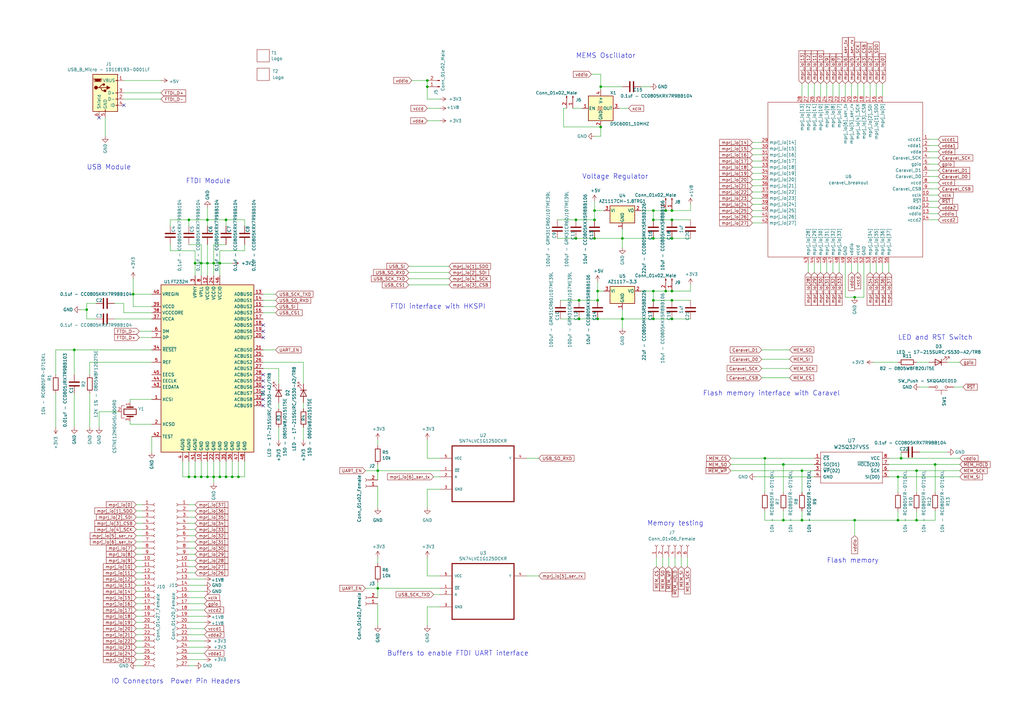
<source format=kicad_sch>
(kicad_sch (version 20211123) (generator eeschema)
  (paper "A3")
  (junction (at 375.92 213.36))
  (junction (at 246.38 35.56))
  (junction (at 245.11 123.19))
  (junction (at 267.97 130.81))
  (junction (at 97.79 195.58))
  (junction (at 246.38 52.07))
  (junction (at 328.93 193.04))
  (junction (at 237.49 123.19))
  (junction (at 85.09 90.17))
  (junction (at 175.26 33.02))
  (junction (at 245.11 119.38))
  (junction (at 85.09 195.58))
  (junction (at 243.84 86.36))
  (junction (at 236.22 97.79))
  (junction (at 30.48 143.51))
  (junction (at 368.3 213.36))
  (junction (at 328.93 213.36))
  (junction (at 375.92 193.04))
  (junction (at 85.09 107.95))
  (junction (at 267.97 97.79))
  (junction (at 267.97 90.17))
  (junction (at 154.94 241.3))
  (junction (at 313.69 187.96))
  (junction (at 92.71 195.58))
  (junction (at 77.47 195.58))
  (junction (at 243.84 97.79))
  (junction (at 245.11 130.81))
  (junction (at 77.47 90.17))
  (junction (at 275.59 130.81))
  (junction (at 87.63 195.58))
  (junction (at 383.54 190.5))
  (junction (at 87.63 107.95))
  (junction (at 175.26 35.56))
  (junction (at 54.61 120.65))
  (junction (at 275.59 123.19))
  (junction (at 275.59 119.38))
  (junction (at 350.52 213.36))
  (junction (at 267.97 119.38))
  (junction (at 255.27 97.79))
  (junction (at 35.56 127))
  (junction (at 267.97 123.19))
  (junction (at 237.49 130.81))
  (junction (at 350.52 121.92))
  (junction (at 90.17 195.58))
  (junction (at 243.84 90.17))
  (junction (at 236.22 90.17))
  (junction (at 321.31 190.5))
  (junction (at 82.55 195.58))
  (junction (at 368.3 195.58))
  (junction (at 275.59 90.17))
  (junction (at 275.59 97.79))
  (junction (at 90.17 107.95))
  (junction (at 267.97 86.36))
  (junction (at 273.05 119.38))
  (junction (at 275.59 86.36))
  (junction (at 80.01 107.95))
  (junction (at 154.94 193.04))
  (junction (at 369.57 187.96))
  (junction (at 273.05 86.36))
  (junction (at 95.25 195.58))
  (junction (at 80.01 195.58))
  (junction (at 321.31 213.36))
  (junction (at 92.71 90.17))
  (junction (at 82.55 107.95))
  (junction (at 255.27 130.81))
  (no_connect (at 107.95 138.43))
  (no_connect (at 107.95 133.35))
  (no_connect (at 107.95 135.89))
  (no_connect (at 40.64 48.26))
  (no_connect (at 50.8 43.18))
  (no_connect (at 107.95 163.83))
  (no_connect (at 107.95 158.75))
  (no_connect (at 107.95 156.21))
  (no_connect (at 107.95 161.29))
  (no_connect (at 107.95 166.37))
  (no_connect (at 107.95 153.67))
  (wire (pts (xy 22.86 161.29) (xy 22.86 175.26)))
  (wire (pts (xy 35.56 127) (xy 35.56 124.46)))
  (wire (pts (xy 359.41 111.76) (xy 359.41 107.95)))
  (wire (pts (xy 55.88 209.55) (xy 58.42 209.55)))
  (wire (pts (xy 312.42 151.13) (xy 323.85 151.13)))
  (wire (pts (xy 53.34 172.72) (xy 53.34 173.99)))
  (wire (pts (xy 54.61 120.65) (xy 62.23 120.65)))
  (wire (pts (xy 180.34 187.96) (xy 175.26 187.96)))
  (wire (pts (xy 364.49 190.5) (xy 383.54 190.5)))
  (wire (pts (xy 55.88 262.89) (xy 58.42 262.89)))
  (wire (pts (xy 30.48 143.51) (xy 62.23 143.51)))
  (wire (pts (xy 74.93 195.58) (xy 77.47 195.58)))
  (wire (pts (xy 346.71 39.37) (xy 346.71 34.29)))
  (wire (pts (xy 381 80.01) (xy 384.81 80.01)))
  (wire (pts (xy 77.47 234.95) (xy 80.01 234.95)))
  (wire (pts (xy 80.01 195.58) (xy 82.55 195.58)))
  (wire (pts (xy 90.17 113.03) (xy 90.17 107.95)))
  (wire (pts (xy 100.33 90.17) (xy 100.33 92.71)))
  (wire (pts (xy 154.94 182.88) (xy 154.94 180.34)))
  (wire (pts (xy 229.87 130.81) (xy 237.49 130.81)))
  (wire (pts (xy 361.95 39.37) (xy 361.95 34.29)))
  (wire (pts (xy 90.17 107.95) (xy 90.17 102.87)))
  (wire (pts (xy 361.95 111.76) (xy 361.95 107.95)))
  (wire (pts (xy 100.33 195.58) (xy 97.79 195.58)))
  (wire (pts (xy 321.31 209.55) (xy 321.31 213.36)))
  (wire (pts (xy 381 57.15) (xy 384.81 57.15)))
  (wire (pts (xy 154.94 208.28) (xy 154.94 199.39)))
  (wire (pts (xy 77.47 229.87) (xy 80.01 229.87)))
  (wire (pts (xy 124.46 180.34) (xy 124.46 175.26)))
  (wire (pts (xy 83.82 240.03) (xy 77.47 240.03)))
  (wire (pts (xy 381 82.55) (xy 384.81 82.55)))
  (wire (pts (xy 255.27 101.6) (xy 255.27 97.79)))
  (wire (pts (xy 275.59 123.19) (xy 283.21 123.19)))
  (wire (pts (xy 308.61 83.82) (xy 312.42 83.82)))
  (wire (pts (xy 46.99 124.46) (xy 50.8 124.46)))
  (wire (pts (xy 50.8 33.02) (xy 66.04 33.02)))
  (wire (pts (xy 246.38 36.83) (xy 246.38 35.56)))
  (wire (pts (xy 58.42 267.97) (xy 55.88 267.97)))
  (wire (pts (xy 77.47 219.71) (xy 80.01 219.71)))
  (wire (pts (xy 124.46 148.59) (xy 107.95 148.59)))
  (wire (pts (xy 359.41 39.37) (xy 359.41 34.29)))
  (wire (pts (xy 388.62 148.59) (xy 393.7 148.59)))
  (wire (pts (xy 262.89 119.38) (xy 267.97 119.38)))
  (wire (pts (xy 80.01 102.87) (xy 69.85 102.87)))
  (wire (pts (xy 92.71 90.17) (xy 92.71 92.71)))
  (wire (pts (xy 55.88 234.95) (xy 58.42 234.95)))
  (wire (pts (xy 381 62.23) (xy 384.81 62.23)))
  (wire (pts (xy 273.05 86.36) (xy 275.59 86.36)))
  (wire (pts (xy 92.71 189.23) (xy 92.71 195.58)))
  (wire (pts (xy 271.78 228.6) (xy 271.78 232.41)))
  (wire (pts (xy 334.01 111.76) (xy 334.01 107.95)))
  (wire (pts (xy 83.82 247.65) (xy 77.47 247.65)))
  (wire (pts (xy 85.09 195.58) (xy 87.63 195.58)))
  (wire (pts (xy 339.09 111.76) (xy 339.09 107.95)))
  (wire (pts (xy 55.88 245.11) (xy 58.42 245.11)))
  (wire (pts (xy 95.25 195.58) (xy 92.71 195.58)))
  (wire (pts (xy 87.63 100.33) (xy 92.71 100.33)))
  (wire (pts (xy 77.47 224.79) (xy 80.01 224.79)))
  (wire (pts (xy 175.26 256.54) (xy 175.26 248.92)))
  (wire (pts (xy 368.3 195.58) (xy 364.49 195.58)))
  (wire (pts (xy 82.55 100.33) (xy 77.47 100.33)))
  (wire (pts (xy 175.26 44.45) (xy 180.34 44.45)))
  (wire (pts (xy 40.64 168.91) (xy 48.26 168.91)))
  (wire (pts (xy 313.69 187.96) (xy 334.01 187.96)))
  (wire (pts (xy 368.3 201.93) (xy 368.3 195.58)))
  (wire (pts (xy 246.38 35.56) (xy 246.38 30.48)))
  (wire (pts (xy 383.54 213.36) (xy 383.54 209.55)))
  (wire (pts (xy 234.95 44.45) (xy 238.76 44.45)))
  (wire (pts (xy 30.48 161.29) (xy 30.48 175.26)))
  (wire (pts (xy 55.88 212.09) (xy 58.42 212.09)))
  (wire (pts (xy 167.64 111.76) (xy 184.15 111.76)))
  (wire (pts (xy 90.17 102.87) (xy 100.33 102.87)))
  (wire (pts (xy 50.8 128.27) (xy 62.23 128.27)))
  (wire (pts (xy 77.47 257.81) (xy 83.82 257.81)))
  (wire (pts (xy 175.26 180.34) (xy 175.26 187.96)))
  (wire (pts (xy 175.26 200.66) (xy 180.34 200.66)))
  (wire (pts (xy 274.32 228.6) (xy 274.32 232.41)))
  (wire (pts (xy 55.88 232.41) (xy 58.42 232.41)))
  (wire (pts (xy 308.61 66.04) (xy 312.42 66.04)))
  (wire (pts (xy 308.61 78.74) (xy 312.42 78.74)))
  (wire (pts (xy 77.47 260.35) (xy 83.82 260.35)))
  (wire (pts (xy 85.09 107.95) (xy 85.09 100.33)))
  (wire (pts (xy 83.82 270.51) (xy 77.47 270.51)))
  (wire (pts (xy 383.54 190.5) (xy 393.7 190.5)))
  (wire (pts (xy 267.97 123.19) (xy 275.59 123.19)))
  (wire (pts (xy 369.57 185.42) (xy 369.57 187.96)))
  (wire (pts (xy 243.84 86.36) (xy 243.84 82.55)))
  (wire (pts (xy 381 69.85) (xy 384.81 69.85)))
  (wire (pts (xy 341.63 39.37) (xy 341.63 34.29)))
  (wire (pts (xy 283.21 119.38) (xy 283.21 116.84)))
  (wire (pts (xy 180.34 236.22) (xy 175.26 236.22)))
  (wire (pts (xy 83.82 237.49) (xy 77.47 237.49)))
  (wire (pts (xy 275.59 90.17) (xy 267.97 90.17)))
  (wire (pts (xy 356.87 111.76) (xy 356.87 107.95)))
  (wire (pts (xy 312.42 154.94) (xy 323.85 154.94)))
  (wire (pts (xy 100.33 102.87) (xy 100.33 100.33)))
  (wire (pts (xy 255.27 97.79) (xy 255.27 93.98)))
  (wire (pts (xy 55.88 252.73) (xy 58.42 252.73)))
  (wire (pts (xy 368.3 213.36) (xy 375.92 213.36)))
  (wire (pts (xy 246.38 30.48) (xy 242.57 30.48)))
  (wire (pts (xy 55.88 240.03) (xy 58.42 240.03)))
  (wire (pts (xy 77.47 255.27) (xy 83.82 255.27)))
  (wire (pts (xy 313.69 213.36) (xy 321.31 213.36)))
  (wire (pts (xy 180.34 241.3) (xy 154.94 241.3)))
  (wire (pts (xy 177.8 195.58) (xy 180.34 195.58)))
  (wire (pts (xy 237.49 130.81) (xy 245.11 130.81)))
  (wire (pts (xy 69.85 102.87) (xy 69.85 100.33)))
  (wire (pts (xy 243.84 97.79) (xy 255.27 97.79)))
  (wire (pts (xy 154.94 196.85) (xy 154.94 193.04)))
  (wire (pts (xy 83.82 245.11) (xy 77.47 245.11)))
  (wire (pts (xy 58.42 265.43) (xy 55.88 265.43)))
  (wire (pts (xy 344.17 111.76) (xy 344.17 107.95)))
  (wire (pts (xy 231.14 44.45) (xy 232.41 44.45)))
  (wire (pts (xy 154.94 193.04) (xy 149.86 193.04)))
  (wire (pts (xy 381 77.47) (xy 384.81 77.47)))
  (wire (pts (xy 82.55 189.23) (xy 82.55 195.58)))
  (wire (pts (xy 85.09 113.03) (xy 85.09 107.95)))
  (wire (pts (xy 308.61 58.42) (xy 312.42 58.42)))
  (wire (pts (xy 114.3 167.64) (xy 114.3 165.1)))
  (wire (pts (xy 175.26 40.64) (xy 180.34 40.64)))
  (wire (pts (xy 313.69 213.36) (xy 313.69 209.55)))
  (wire (pts (xy 267.97 130.81) (xy 255.27 130.81)))
  (wire (pts (xy 383.54 190.5) (xy 383.54 201.93)))
  (wire (pts (xy 391.16 158.75) (xy 394.97 158.75)))
  (wire (pts (xy 62.23 185.42) (xy 62.23 179.07)))
  (wire (pts (xy 55.88 224.79) (xy 58.42 224.79)))
  (wire (pts (xy 381 67.31) (xy 384.81 67.31)))
  (wire (pts (xy 55.88 237.49) (xy 58.42 237.49)))
  (wire (pts (xy 349.25 111.76) (xy 349.25 107.95)))
  (wire (pts (xy 247.65 119.38) (xy 245.11 119.38)))
  (wire (pts (xy 83.82 250.19) (xy 77.47 250.19)))
  (wire (pts (xy 267.97 119.38) (xy 273.05 119.38)))
  (wire (pts (xy 308.61 81.28) (xy 312.42 81.28)))
  (wire (pts (xy 275.59 86.36) (xy 283.21 86.36)))
  (wire (pts (xy 267.97 86.36) (xy 273.05 86.36)))
  (wire (pts (xy 381 90.17) (xy 384.81 90.17)))
  (wire (pts (xy 328.93 39.37) (xy 328.93 34.29)))
  (wire (pts (xy 276.86 228.6) (xy 276.86 232.41)))
  (wire (pts (xy 236.22 97.79) (xy 243.84 97.79)))
  (wire (pts (xy 177.8 243.84) (xy 180.34 243.84)))
  (wire (pts (xy 341.63 111.76) (xy 341.63 107.95)))
  (wire (pts (xy 245.11 130.81) (xy 255.27 130.81)))
  (wire (pts (xy 97.79 195.58) (xy 95.25 195.58)))
  (wire (pts (xy 55.88 257.81) (xy 58.42 257.81)))
  (wire (pts (xy 255.27 127) (xy 255.27 130.81)))
  (wire (pts (xy 55.88 247.65) (xy 58.42 247.65)))
  (wire (pts (xy 215.9 236.22) (xy 220.98 236.22)))
  (wire (pts (xy 62.23 130.81) (xy 46.99 130.81)))
  (wire (pts (xy 124.46 148.59) (xy 124.46 157.48)))
  (wire (pts (xy 54.61 114.3) (xy 54.61 120.65)))
  (wire (pts (xy 87.63 113.03) (xy 87.63 107.95)))
  (wire (pts (xy 90.17 195.58) (xy 87.63 195.58)))
  (wire (pts (xy 124.46 167.64) (xy 124.46 165.1)))
  (wire (pts (xy 275.59 90.17) (xy 283.21 90.17)))
  (wire (pts (xy 269.24 228.6) (xy 269.24 232.41)))
  (wire (pts (xy 175.26 35.56) (xy 175.26 33.02)))
  (wire (pts (xy 245.11 115.57) (xy 245.11 119.38)))
  (wire (pts (xy 77.47 90.17) (xy 85.09 90.17)))
  (wire (pts (xy 58.42 273.05) (xy 55.88 273.05)))
  (wire (pts (xy 83.82 242.57) (xy 77.47 242.57)))
  (wire (pts (xy 267.97 130.81) (xy 275.59 130.81)))
  (wire (pts (xy 312.42 143.51) (xy 323.85 143.51)))
  (wire (pts (xy 237.49 123.19) (xy 245.11 123.19)))
  (wire (pts (xy 351.79 39.37) (xy 351.79 34.29)))
  (wire (pts (xy 350.52 219.71) (xy 350.52 213.36)))
  (wire (pts (xy 215.9 187.96) (xy 220.98 187.96)))
  (wire (pts (xy 35.56 130.81) (xy 39.37 130.81)))
  (wire (pts (xy 331.47 111.76) (xy 331.47 107.95)))
  (wire (pts (xy 85.09 107.95) (xy 87.63 107.95)))
  (wire (pts (xy 77.47 222.25) (xy 80.01 222.25)))
  (wire (pts (xy 77.47 90.17) (xy 69.85 90.17)))
  (wire (pts (xy 92.71 90.17) (xy 100.33 90.17)))
  (wire (pts (xy 336.55 111.76) (xy 336.55 107.95)))
  (wire (pts (xy 77.47 267.97) (xy 83.82 267.97)))
  (wire (pts (xy 82.55 195.58) (xy 85.09 195.58)))
  (wire (pts (xy 381 64.77) (xy 384.81 64.77)))
  (wire (pts (xy 77.47 262.89) (xy 83.82 262.89)))
  (wire (pts (xy 308.61 91.44) (xy 312.42 91.44)))
  (wire (pts (xy 82.55 107.95) (xy 85.09 107.95)))
  (wire (pts (xy 299.72 187.96) (xy 313.69 187.96)))
  (wire (pts (xy 246.38 55.88) (xy 246.38 52.07)))
  (wire (pts (xy 55.88 242.57) (xy 58.42 242.57)))
  (wire (pts (xy 267.97 97.79) (xy 275.59 97.79)))
  (wire (pts (xy 77.47 252.73) (xy 83.82 252.73)))
  (wire (pts (xy 85.09 90.17) (xy 92.71 90.17)))
  (wire (pts (xy 36.83 153.67) (xy 36.83 148.59)))
  (wire (pts (xy 55.88 227.33) (xy 58.42 227.33)))
  (wire (pts (xy 267.97 123.19) (xy 267.97 119.38)))
  (wire (pts (xy 80.01 189.23) (xy 80.01 195.58)))
  (wire (pts (xy 114.3 180.34) (xy 114.3 175.26)))
  (wire (pts (xy 167.64 109.22) (xy 184.15 109.22)))
  (wire (pts (xy 381 72.39) (xy 384.81 72.39)))
  (wire (pts (xy 175.26 208.28) (xy 175.26 200.66)))
  (wire (pts (xy 58.42 270.51) (xy 55.88 270.51)))
  (wire (pts (xy 328.93 213.36) (xy 350.52 213.36)))
  (wire (pts (xy 273.05 119.38) (xy 275.59 119.38)))
  (wire (pts (xy 77.47 209.55) (xy 80.01 209.55)))
  (wire (pts (xy 36.83 161.29) (xy 36.83 175.26)))
  (wire (pts (xy 381 85.09) (xy 384.81 85.09)))
  (wire (pts (xy 336.55 39.37) (xy 336.55 34.29)))
  (wire (pts (xy 369.57 187.96) (xy 393.7 187.96)))
  (wire (pts (xy 231.14 44.45) (xy 231.14 52.07)))
  (wire (pts (xy 55.88 222.25) (xy 58.42 222.25)))
  (wire (pts (xy 87.63 107.95) (xy 90.17 107.95)))
  (wire (pts (xy 77.47 227.33) (xy 80.01 227.33)))
  (wire (pts (xy 30.48 153.67) (xy 30.48 143.51)))
  (wire (pts (xy 54.61 125.73) (xy 62.23 125.73)))
  (wire (pts (xy 381 74.93) (xy 384.81 74.93)))
  (wire (pts (xy 243.84 86.36) (xy 247.65 86.36)))
  (wire (pts (xy 308.61 71.12) (xy 312.42 71.12)))
  (wire (pts (xy 85.09 92.71) (xy 85.09 90.17)))
  (wire (pts (xy 375.92 193.04) (xy 393.7 193.04)))
  (wire (pts (xy 55.88 207.01) (xy 58.42 207.01)))
  (wire (pts (xy 262.89 86.36) (xy 267.97 86.36)))
  (wire (pts (xy 55.88 250.19) (xy 58.42 250.19)))
  (wire (pts (xy 90.17 107.95) (xy 95.25 107.95)))
  (wire (pts (xy 80.01 107.95) (xy 82.55 107.95)))
  (wire (pts (xy 154.94 241.3) (xy 149.86 241.3)))
  (wire (pts (xy 243.84 90.17) (xy 243.84 86.36)))
  (wire (pts (xy 308.61 68.58) (xy 312.42 68.58)))
  (wire (pts (xy 36.83 148.59) (xy 62.23 148.59)))
  (wire (pts (xy 346.71 107.95) (xy 346.71 121.92)))
  (wire (pts (xy 43.18 48.26) (xy 43.18 55.88)))
  (wire (pts (xy 351.79 111.76) (xy 351.79 107.95)))
  (wire (pts (xy 154.94 190.5) (xy 154.94 193.04)))
  (wire (pts (xy 229.87 123.19) (xy 237.49 123.19)))
  (wire (pts (xy 334.01 39.37) (xy 334.01 34.29)))
  (wire (pts (xy 255.27 97.79) (xy 267.97 97.79)))
  (wire (pts (xy 262.89 35.56) (xy 266.7 35.56)))
  (wire (pts (xy 236.22 90.17) (xy 243.84 90.17)))
  (wire (pts (xy 243.84 55.88) (xy 246.38 55.88)))
  (wire (pts (xy 35.56 124.46) (xy 39.37 124.46)))
  (wire (pts (xy 77.47 273.05) (xy 80.01 273.05)))
  (wire (pts (xy 82.55 107.95) (xy 82.55 100.33)))
  (wire (pts (xy 228.6 97.79) (xy 236.22 97.79)))
  (wire (pts (xy 364.49 193.04) (xy 375.92 193.04)))
  (wire (pts (xy 82.55 113.03) (xy 82.55 107.95)))
  (wire (pts (xy 87.63 189.23) (xy 87.63 195.58)))
  (wire (pts (xy 377.19 158.75) (xy 381 158.75)))
  (wire (pts (xy 57.15 135.89) (xy 62.23 135.89)))
  (wire (pts (xy 107.95 143.51) (xy 113.03 143.51)))
  (wire (pts (xy 90.17 189.23) (xy 90.17 195.58)))
  (wire (pts (xy 328.93 201.93) (xy 328.93 193.04)))
  (wire (pts (xy 339.09 39.37) (xy 339.09 34.29)))
  (wire (pts (xy 275.59 130.81) (xy 283.21 130.81)))
  (wire (pts (xy 175.26 248.92) (xy 180.34 248.92)))
  (wire (pts (xy 55.88 219.71) (xy 58.42 219.71)))
  (wire (pts (xy 313.69 201.93) (xy 313.69 187.96)))
  (wire (pts (xy 33.02 127) (xy 35.56 127)))
  (wire (pts (xy 107.95 128.27) (xy 113.03 128.27)))
  (wire (pts (xy 364.49 111.76) (xy 364.49 107.95)))
  (wire (pts (xy 77.47 265.43) (xy 83.82 265.43)))
  (wire (pts (xy 346.71 121.92) (xy 350.52 121.92)))
  (wire (pts (xy 107.95 125.73) (xy 113.03 125.73)))
  (wire (pts (xy 55.88 217.17) (xy 58.42 217.17)))
  (wire (pts (xy 53.34 173.99) (xy 62.23 173.99)))
  (wire (pts (xy 77.47 212.09) (xy 80.01 212.09)))
  (wire (pts (xy 77.47 189.23) (xy 77.47 195.58)))
  (wire (pts (xy 350.52 213.36) (xy 368.3 213.36)))
  (wire (pts (xy 50.8 40.64) (xy 66.04 40.64)))
  (wire (pts (xy 375.92 193.04) (xy 375.92 201.93)))
  (wire (pts (xy 354.33 121.92) (xy 354.33 107.95)))
  (wire (pts (xy 275.59 119.38) (xy 283.21 119.38)))
  (wire (pts (xy 77.47 195.58) (xy 80.01 195.58)))
  (wire (pts (xy 168.91 33.02) (xy 175.26 33.02)))
  (wire (pts (xy 54.61 120.65) (xy 54.61 125.73)))
  (wire (pts (xy 328.93 193.04) (xy 334.01 193.04)))
  (wire (pts (xy 308.61 60.96) (xy 312.42 60.96)))
  (wire (pts (xy 53.34 165.1) (xy 53.34 163.83)))
  (wire (pts (xy 100.33 189.23) (xy 100.33 195.58)))
  (wire (pts (xy 22.86 153.67) (xy 22.86 143.51)))
  (wire (pts (xy 308.61 73.66) (xy 312.42 73.66)))
  (wire (pts (xy 281.94 228.6) (xy 281.94 232.41)))
  (wire (pts (xy 22.86 143.51) (xy 30.48 143.51)))
  (wire (pts (xy 50.8 124.46) (xy 50.8 128.27)))
  (wire (pts (xy 85.09 90.17) (xy 85.09 85.09)))
  (wire (pts (xy 279.4 228.6) (xy 279.4 232.41)))
  (wire (pts (xy 55.88 255.27) (xy 58.42 255.27)))
  (wire (pts (xy 114.3 151.13) (xy 114.3 157.48)))
  (wire (pts (xy 375.92 213.36) (xy 383.54 213.36)))
  (wire (pts (xy 175.26 228.6) (xy 175.26 236.22)))
  (wire (pts (xy 344.17 39.37) (xy 344.17 34.29)))
  (wire (pts (xy 246.38 35.56) (xy 255.27 35.56)))
  (wire (pts (xy 321.31 201.93) (xy 321.31 190.5)))
  (wire (pts (xy 107.95 123.19) (xy 113.03 123.19)))
  (wire (pts (xy 309.88 195.58) (xy 334.01 195.58)))
  (wire (pts (xy 55.88 229.87) (xy 58.42 229.87)))
  (wire (pts (xy 228.6 90.17) (xy 236.22 90.17)))
  (wire (pts (xy 77.47 207.01) (xy 80.01 207.01)))
  (wire (pts (xy 92.71 195.58) (xy 90.17 195.58)))
  (wire (pts (xy 231.14 52.07) (xy 246.38 52.07)))
  (wire (pts (xy 87.63 198.12) (xy 87.63 195.58)))
  (wire (pts (xy 35.56 127) (xy 35.56 130.81)))
  (wire (pts (xy 349.25 39.37) (xy 349.25 34.29)))
  (wire (pts (xy 175.26 49.53) (xy 180.34 49.53)))
  (wire (pts (xy 308.61 63.5) (xy 312.42 63.5)))
  (wire (pts (xy 245.11 119.38) (xy 245.11 123.19)))
  (wire (pts (xy 356.87 39.37) (xy 356.87 34.29)))
  (wire (pts (xy 375.92 209.55) (xy 375.92 213.36)))
  (wire (pts (xy 255.27 130.81) (xy 255.27 134.62)))
  (wire (pts (xy 154.94 238.76) (xy 154.94 241.3)))
  (wire (pts (xy 377.19 185.42) (xy 388.62 185.42)))
  (wire (pts (xy 267.97 86.36) (xy 267.97 90.17)))
  (wire (pts (xy 308.61 86.36) (xy 312.42 86.36)))
  (wire (pts (xy 299.72 193.04) (xy 328.93 193.04)))
  (wire (pts (xy 87.63 107.95) (xy 87.63 100.33)))
  (wire (pts (xy 331.47 39.37) (xy 331.47 34.29)))
  (wire (pts (xy 275.59 97.79) (xy 283.21 97.79)))
  (wire (pts (xy 77.47 214.63) (xy 80.01 214.63)))
  (wire (pts (xy 154.94 231.14) (xy 154.94 228.6)))
  (wire (pts (xy 368.3 195.58) (xy 393.7 195.58)))
  (wire (pts (xy 74.93 189.23) (xy 74.93 195.58)))
  (wire (pts (xy 80.01 107.95) (xy 80.01 113.03)))
  (wire (pts (xy 180.34 193.04) (xy 154.94 193.04)))
  (wire (pts (xy 50.8 38.1) (xy 66.04 38.1)))
  (wire (pts (xy 375.92 148.59) (xy 381 148.59)))
  (wire (pts (xy 358.14 148.59) (xy 368.3 148.59)))
  (wire (pts (xy 283.21 86.36) (xy 283.21 83.82)))
  (wire (pts (xy 85.09 189.23) (xy 85.09 195.58)))
  (wire (pts (xy 95.25 189.23) (xy 95.25 195.58)))
  (wire (pts (xy 350.52 121.92) (xy 354.33 121.92)))
  (wire (pts (xy 312.42 147.32) (xy 323.85 147.32)))
  (wire (pts (xy 53.34 163.83) (xy 62.23 163.83)))
  (wire (pts (xy 154.94 245.11) (xy 154.94 241.3)))
  (wire (pts (xy 77.47 217.17) (xy 80.01 217.17)))
  (wire (pts (xy 40.64 175.26) (xy 40.64 168.91)))
  (wire (pts (xy 184.15 114.3) (xy 167.64 114.3)))
  (wire (pts (xy 381 87.63) (xy 384.81 87.63)))
  (wire (pts (xy 308.61 88.9) (xy 312.42 88.9)))
  (wire (pts (xy 308.61 76.2) (xy 312.42 76.2)))
  (wire (pts (xy 154.94 256.54) (xy 154.94 247.65)))
  (wire (pts (xy 354.33 39.37) (xy 354.33 34.29)))
  (wire (pts (xy 321.31 190.5) (xy 334.01 190.5)))
  (wire (pts (xy 381 59.69) (xy 384.81 59.69)))
  (wire (pts (xy 69.85 90.17) (xy 69.85 92.71)))
  (wire (pts (xy 299.72 190.5) (xy 321.31 190.5)))
  (wire (pts (xy 77.47 92.71) (xy 77.47 90.17)))
  (wire (pts (xy 77.47 232.41) (xy 80.01 232.41)))
  (wire (pts (xy 107.95 120.65) (xy 113.03 120.65)))
  (wire (pts (xy 167.64 116.84) (xy 184.15 116.84)))
  (wire (pts (xy 55.88 214.63) (xy 58.42 214.63)))
  (wire (pts (xy 57.15 138.43) (xy 62.23 138.43)))
  (wire (pts (xy 97.79 189.23) (xy 97.79 195.58)))
  (wire (pts (xy 175.26 35.56) (xy 175.26 40.64)))
  (wire (pts (xy 80.01 102.87) (xy 80.01 107.95)))
  (wire (pts (xy 321.31 213.36) (xy 328.93 213.36)))
  (wire (pts (xy 368.3 209.55) (xy 368.3 213.36)))
  (wire (pts (xy 364.49 187.96) (xy 369.57 187.96)))
  (wire (pts (xy 55.88 260.35) (xy 58.42 260.35)))
  (wire (pts (xy 328.93 209.55) (xy 328.93 213.36)))
  (wire (pts (xy 254 44.45) (xy 257.81 44.45)))
  (wire (pts (xy 114.3 151.13) (xy 107.95 151.13)))
  (text "LED and RST Switch\n" (at 368.3 139.7 0) (effects (font (size 2 2)) (justify left bottom)))
  (text "Flash memory interface with Caravel\n" (at 288.29 162.56 0) (effects (font (size 2 2)) (justify left bottom)))
  (text "Flash memory" (at 339.09 231.14 0) (effects (font (size 2 2)) (justify left bottom)))
  (text "Memory testing" (at 265.43 215.9 0) (effects (font (size 2 2)) (justify left bottom)))
  (text "FTDI interface with HKSPI\n" (at 160.02 127 0) (effects (font (size 2 2)) (justify left bottom)))
  (text "Power Pin Headers" (at 69.85 280.67 0) (effects (font (size 2 2)) (justify left bottom)))
  (text "Voltage Regulator\n" (at 238.76 73.66 0) (effects (font (size 2 2)) (justify left bottom)))
  (text "IO Connectors\n" (at 45.72 280.67 0) (effects (font (size 2 2)) (justify left bottom)))
  (text "FTDI Module\n\n" (at 76.2 78.74 0) (effects (font (size 2 2)) (justify left bottom)))
  (text "USB Module\n" (at 35.56 69.85 0) (effects (font (size 2 2)) (justify left bottom)))
  (text "MEMS Oscillator" (at 236.22 24.13 0) (effects (font (size 2 2)) (justify left bottom)))
  (text "Buffers to enable FTDI UART interface" (at 158.75 269.24 0) (effects (font (size 2 2)) (justify left bottom)))
  (global_label "mprj_io[18]" (shape input) (at 308.61 68.58 180) (property "Intersheet References" "${INTERSHEET_REFS}" (effects hide)))
  (global_label "Caravel_D0" (shape input) (at 384.81 72.39 0) (property "Intersheet References" "${INTERSHEET_REFS}" (effects hide)))
  (global_label "mprj_io[9]" (shape input) (at 339.09 34.29 90) (property "Intersheet References" "${INTERSHEET_REFS}" (effects hide)))
  (global_label "mprj_io[36]" (shape input) (at 361.95 111.76 270) (property "Intersheet References" "${INTERSHEET_REFS}" (effects hide)))
  (global_label "mprj_io[9]" (shape input) (at 55.88 229.87 180) (property "Intersheet References" "${INTERSHEET_REFS}" (effects hide)))
  (global_label "xclk" (shape input) (at 83.82 245.11 0) (property "Intersheet References" "${INTERSHEET_REFS}" (effects hide)))
  (global_label "MEM_SCK" (shape input) (at 323.85 151.13 0) (property "Intersheet References" "${INTERSHEET_REFS}" (effects hide)))
  (global_label "mprj_io[3]_CSB" (shape input) (at 184.15 116.84 0) (property "Intersheet References" "${INTERSHEET_REFS}" (effects hide)))
  (global_label "MEM_SI" (shape input) (at 279.4 232.41 270) (property "Intersheet References" "${INTERSHEET_REFS}" (effects hide)))
  (global_label "mprj_io[2]_SDI" (shape input) (at 55.88 212.09 180) (property "Intersheet References" "${INTERSHEET_REFS}" (effects hide)))
  (global_label "~{MEM_WP}" (shape input) (at 274.32 232.41 270) (property "Intersheet References" "${INTERSHEET_REFS}" (effects hide)))
  (global_label "USB_CS1" (shape input) (at 167.64 116.84 180) (property "Intersheet References" "${INTERSHEET_REFS}" (effects hide)))
  (global_label "UART_EN" (shape input) (at 149.86 193.04 180) (property "Intersheet References" "${INTERSHEET_REFS}" (effects hide)))
  (global_label "mprj_io[33]" (shape input) (at 80.01 217.17 0) (property "Intersheet References" "${INTERSHEET_REFS}" (effects hide)))
  (global_label "mprj_io[22]" (shape input) (at 308.61 78.74 180) (property "Intersheet References" "${INTERSHEET_REFS}" (effects hide)))
  (global_label "mprj_io[35]" (shape input) (at 359.41 111.76 270) (property "Intersheet References" "${INTERSHEET_REFS}" (effects hide)))
  (global_label "MEM_SCK" (shape input) (at 393.7 193.04 0) (property "Intersheet References" "${INTERSHEET_REFS}" (effects hide)))
  (global_label "mprj_io[29]" (shape input) (at 80.01 227.33 0) (property "Intersheet References" "${INTERSHEET_REFS}" (effects hide)))
  (global_label "vdda1" (shape input) (at 83.82 267.97 0) (property "Intersheet References" "${INTERSHEET_REFS}" (effects hide)))
  (global_label "gpio" (shape input) (at 83.82 247.65 0) (property "Intersheet References" "${INTERSHEET_REFS}" (effects hide)))
  (global_label "vddio" (shape input) (at 349.25 111.76 270) (property "Intersheet References" "${INTERSHEET_REFS}" (effects hide)))
  (global_label "~{RST}" (shape input) (at 394.97 158.75 0) (property "Intersheet References" "${INTERSHEET_REFS}" (effects hide)))
  (global_label "mprj_io[0]" (shape input) (at 55.88 207.01 180) (property "Intersheet References" "${INTERSHEET_REFS}" (effects hide)))
  (global_label "vccd2" (shape input) (at 384.81 90.17 0) (property "Intersheet References" "${INTERSHEET_REFS}" (effects hide)))
  (global_label "mprj_io[16]" (shape input) (at 55.88 247.65 180) (property "Intersheet References" "${INTERSHEET_REFS}" (effects hide)))
  (global_label "mprj_io[10]" (shape input) (at 55.88 232.41 180) (property "Intersheet References" "${INTERSHEET_REFS}" (effects hide)))
  (global_label "USB_SI" (shape input) (at 113.03 125.73 0) (property "Intersheet References" "${INTERSHEET_REFS}" (effects hide)))
  (global_label "mprj_io[32]" (shape input) (at 80.01 219.71 0) (property "Intersheet References" "${INTERSHEET_REFS}" (effects hide)))
  (global_label "mprj_io[37]" (shape input) (at 80.01 207.01 0) (property "Intersheet References" "${INTERSHEET_REFS}" (effects hide)))
  (global_label "mprj_io[19]" (shape input) (at 308.61 71.12 180) (property "Intersheet References" "${INTERSHEET_REFS}" (effects hide)))
  (global_label "MEM_SO" (shape input) (at 299.72 190.5 180) (property "Intersheet References" "${INTERSHEET_REFS}" (effects hide)))
  (global_label "FTDI_D+" (shape input) (at 66.04 38.1 0) (property "Intersheet References" "${INTERSHEET_REFS}" (effects hide)))
  (global_label "mprj_io[17]" (shape input) (at 308.61 66.04 180) (property "Intersheet References" "${INTERSHEET_REFS}" (effects hide)))
  (global_label "mprj_io[8]" (shape input) (at 55.88 227.33 180) (property "Intersheet References" "${INTERSHEET_REFS}" (effects hide)))
  (global_label "mprj_io[11]" (shape input) (at 334.01 34.29 90) (property "Intersheet References" "${INTERSHEET_REFS}" (effects hide)))
  (global_label "mprj_io[2]_SDI" (shape input) (at 356.87 34.29 90) (property "Intersheet References" "${INTERSHEET_REFS}" (effects hide)))
  (global_label "mprj_io[6]_ser_tx" (shape input) (at 346.71 34.29 90) (property "Intersheet References" "${INTERSHEET_REFS}" (effects hide)))
  (global_label "mprj_io[4]_SCK" (shape input) (at 184.15 114.3 0) (property "Intersheet References" "${INTERSHEET_REFS}" (effects hide)))
  (global_label "mprj_io[33]" (shape input) (at 344.17 111.76 270) (property "Intersheet References" "${INTERSHEET_REFS}" (effects hide)))
  (global_label "mprj_io[10]" (shape input) (at 336.55 34.29 90) (property "Intersheet References" "${INTERSHEET_REFS}" (effects hide)))
  (global_label "USB_SO_RXD" (shape input) (at 113.03 123.19 0) (property "Intersheet References" "${INTERSHEET_REFS}" (effects hide)))
  (global_label "vddio" (shape input) (at 393.7 187.96 0) (property "Intersheet References" "${INTERSHEET_REFS}" (effects hide)))
  (global_label "mprj_io[13]" (shape input) (at 55.88 240.03 180) (property "Intersheet References" "${INTERSHEET_REFS}" (effects hide)))
  (global_label "mprj_io[7]" (shape input) (at 344.17 34.29 90) (property "Intersheet References" "${INTERSHEET_REFS}" (effects hide)))
  (global_label "UART_EN" (shape input) (at 149.86 241.3 180) (property "Intersheet References" "${INTERSHEET_REFS}" (effects hide)))
  (global_label "mprj_io[31]" (shape input) (at 80.01 222.25 0) (property "Intersheet References" "${INTERSHEET_REFS}" (effects hide)))
  (global_label "gpio" (shape input) (at 393.7 148.59 0) (property "Intersheet References" "${INTERSHEET_REFS}" (effects hide)))
  (global_label "mprj_io[23]" (shape input) (at 308.61 81.28 180) (property "Intersheet References" "${INTERSHEET_REFS}" (effects hide)))
  (global_label "mprj_io[11]" (shape input) (at 55.88 234.95 180) (property "Intersheet References" "${INTERSHEET_REFS}" (effects hide)))
  (global_label "vccd" (shape input) (at 351.79 111.76 270) (property "Intersheet References" "${INTERSHEET_REFS}" (effects hide)))
  (global_label "vccd" (shape input) (at 175.26 44.45 180) (property "Intersheet References" "${INTERSHEET_REFS}" (effects hide)))
  (global_label "USB_SCK_TXD" (shape input) (at 167.64 114.3 180) (property "Intersheet References" "${INTERSHEET_REFS}" (effects hide)))
  (global_label "mprj_io[20]" (shape input) (at 55.88 257.81 180) (property "Intersheet References" "${INTERSHEET_REFS}" (effects hide)))
  (global_label "Caravel_SCK" (shape input) (at 384.81 64.77 0) (property "Intersheet References" "${INTERSHEET_REFS}" (effects hide)))
  (global_label "UART_EN" (shape input) (at 113.03 143.51 0) (property "Intersheet References" "${INTERSHEET_REFS}" (effects hide)))
  (global_label "vddio" (shape input) (at 168.91 33.02 180) (property "Intersheet References" "${INTERSHEET_REFS}" (effects hide)))
  (global_label "vccd2" (shape input) (at 83.82 250.19 0) (property "Intersheet References" "${INTERSHEET_REFS}" (effects hide)))
  (global_label "mprj_io[12]" (shape input) (at 331.47 34.29 90) (property "Intersheet References" "${INTERSHEET_REFS}" (effects hide)))
  (global_label "mprj_io[0]" (shape input) (at 361.95 34.29 90) (property "Intersheet References" "${INTERSHEET_REFS}" (effects hide)))
  (global_label "mprj_io[5]_ser_rx" (shape input) (at 220.98 236.22 0) (property "Intersheet References" "${INTERSHEET_REFS}" (effects hide)))
  (global_label "mprj_io[31]" (shape input) (at 339.09 111.76 270) (property "Intersheet References" "${INTERSHEET_REFS}" (effects hide)))
  (global_label "mprj_io[37]" (shape input) (at 364.49 111.76 270) (property "Intersheet References" "${INTERSHEET_REFS}" (effects hide)))
  (global_label "mprj_io[21]" (shape input) (at 55.88 260.35 180) (property "Intersheet References" "${INTERSHEET_REFS}" (effects hide)))
  (global_label "vdda1" (shape input) (at 384.81 59.69 0) (property "Intersheet References" "${INTERSHEET_REFS}" (effects hide)))
  (global_label "mprj_io[36]" (shape input) (at 80.01 209.55 0) (property "Intersheet References" "${INTERSHEET_REFS}" (effects hide)))
  (global_label "FTDI_D-" (shape input) (at 66.04 40.64 0) (property "Intersheet References" "${INTERSHEET_REFS}" (effects hide)))
  (global_label "mprj_io[4]_SCK" (shape input) (at 55.88 217.17 180) (property "Intersheet References" "${INTERSHEET_REFS}" (effects hide)))
  (global_label "mprj_io[26]" (shape input) (at 80.01 234.95 0) (property "Intersheet References" "${INTERSHEET_REFS}" (effects hide)))
  (global_label "mprj_io[34]" (shape input) (at 356.87 111.76 270) (property "Intersheet References" "${INTERSHEET_REFS}" (effects hide)))
  (global_label "mprj_io[4]_SCK" (shape input) (at 351.79 34.29 90) (property "Intersheet References" "${INTERSHEET_REFS}" (effects hide)))
  (global_label "mprj_io[12]" (shape input) (at 55.88 237.49 180) (property "Intersheet References" "${INTERSHEET_REFS}" (effects hide)))
  (global_label "vddio" (shape input) (at 242.57 30.48 180) (property "Intersheet References" "${INTERSHEET_REFS}" (effects hide)))
  (global_label "~{MEM_HOLD}" (shape input) (at 276.86 232.41 270) (property "Intersheet References" "${INTERSHEET_REFS}" (effects hide)))
  (global_label "vccd1" (shape input) (at 83.82 257.81 0) (property "Intersheet References" "${INTERSHEET_REFS}" (effects hide)))
  (global_label "Caravel_CSB" (shape input) (at 384.81 77.47 0) (property "Intersheet References" "${INTERSHEET_REFS}" (effects hide)))
  (global_label "vccd" (shape input) (at 384.81 74.93 0) (property "Intersheet References" "${INTERSHEET_REFS}" (effects hide)))
  (global_label "mprj_io[5]_ser_rx" (shape input) (at 55.88 219.71 180) (property "Intersheet References" "${INTERSHEET_REFS}" (effects hide)))
  (global_label "vdda" (shape input) (at 384.81 62.23 0) (property "Intersheet References" "${INTERSHEET_REFS}" (effects hide)))
  (global_label "vccd1" (shape input) (at 384.81 57.15 0) (property "Intersheet References" "${INTERSHEET_REFS}" (effects hide)))
  (global_label "vdda2" (shape input) (at 83.82 260.35 0) (property "Intersheet References" "${INTERSHEET_REFS}" (effects hide)))
  (global_label "FTDI_D-" (shape input) (at 57.15 135.89 180) (property "Intersheet References" "${INTERSHEET_REFS}" (effects hide)))
  (global_label "mprj_io[29]" (shape input) (at 334.01 111.76 270) (property "Intersheet References" "${INTERSHEET_REFS}" (effects hide)))
  (global_label "mprj_io[30]" (shape input) (at 336.55 111.76 270) (property "Intersheet References" "${INTERSHEET_REFS}" (effects hide)))
  (global_label "mprj_io[28]" (shape input) (at 80.01 229.87 0) (property "Intersheet References" "${INTERSHEET_REFS}" (effects hide)))
  (global_label "mprj_io[24]" (shape input) (at 55.88 267.97 180) (property "Intersheet References" "${INTERSHEET_REFS}" (effects hide)))
  (global_label "mprj_io[27]" (shape input) (at 80.01 232.41 0) (property "Intersheet References" "${INTERSHEET_REFS}" (effects hide)))
  (global_label "mprj_io[23]" (shape input) (at 55.88 265.43 180) (property "Intersheet References" "${INTERSHEET_REFS}" (effects hide)))
  (global_label "~{MEM_HOLD}" (shape input) (at 393.7 190.5 0) (property "Intersheet References" "${INTERSHEET_REFS}" (effects hide)))
  (global_label "MEM_SO" (shape input) (at 271.78 232.41 270) (property "Intersheet References" "${INTERSHEET_REFS}" (effects hide)))
  (global_label "vdda2" (shape input) (at 384.81 85.09 0) (property "Intersheet References" "${INTERSHEET_REFS}" (effects hide)))
  (global_label "~{RST}" (shape input) (at 384.81 82.55 0) (property "Intersheet References" "${INTERSHEET_REFS}" (effects hide)))
  (global_label "mprj_io[3]_CSB" (shape input) (at 55.88 214.63 180) (property "Intersheet References" "${INTERSHEET_REFS}" (effects hide)))
  (global_label "~{MEM_WP}" (shape input) (at 299.72 193.04 180) (property "Intersheet References" "${INTERSHEET_REFS}" (effects hide)))
  (global_label "mprj_io[24]" (shape input) (at 308.61 83.82 180) (property "Intersheet References" "${INTERSHEET_REFS}" (effects hide)))
  (global_label "mprj_io[15]" (shape input) (at 308.61 60.96 180) (property "Intersheet References" "${INTERSHEET_REFS}" (effects hide)))
  (global_label "USB_SI" (shape input) (at 167.64 109.22 180) (property "Intersheet References" "${INTERSHEET_REFS}" (effects hide)))
  (global_label "mprj_io[5]_ser_rx" (shape input) (at 349.25 34.29 90) (property "Intersheet References" "${INTERSHEET_REFS}" (effects hide)))
  (global_label "mprj_io[1]_SDO" (shape input) (at 55.88 209.55 180) (property "Intersheet References" "${INTERSHEET_REFS}" (effects hide)))
  (global_label "USB_SCK_TXD" (shape input) (at 113.03 120.65 0) (property "Intersheet References" "${INTERSHEET_REFS}" (effects hide)))
  (global_label "USB_SO_RXD" (shape input) (at 167.64 111.76 180) (property "Intersheet References" "${INTERSHEET_REFS}" (effects hide)))
  (global_label "USB_SO_RXD" (shape input) (at 220.98 187.96 0) (property "Intersheet References" "${INTERSHEET_REFS}" (effects hide)))
  (global_label "Caravel_SCK" (shape input) (at 312.42 151.13 180) (property "Intersheet References" "${INTERSHEET_REFS}" (effects hide)))
  (global_label "mprj_io[25]" (shape input) (at 308.61 86.36 180) (property "Intersheet References" "${INTERSHEET_REFS}" (effects hide)))
  (global_label "Caravel_D1" (shape input) (at 384.81 69.85 0) (property "Intersheet References" "${INTERSHEET_REFS}" (effects hide)))
  (global_label "Caravel_D1" (shape input) (at 312.42 143.51 180) (property "Intersheet References" "${INTERSHEET_REFS}" (effects hide)))
  (global_label "USB_SCK_TXD" (shape input) (at 177.8 243.84 180) (property "Intersheet References" "${INTERSHEET_REFS}" (effects hide)))
  (global_label "USB_CS1" (shape input) (at 113.03 128.27 0) (property "Intersheet References" "${INTERSHEET_REFS}" (effects hide)))
  (global_label "MEM_SCK" (shape input) (at 281.94 232.41 270) (property "Intersheet References" "${INTERSHEET_REFS}" (effects hide)))
  (global_label "vdda" (shape input) (at 175.26 49.53 180) (property "Intersheet References" "${INTERSHEET_REFS}" (effects hide)))
  (global_label "FTDI_D+" (shape input) (at 57.15 138.43 180) (property "Intersheet References" "${INTERSHEET_REFS}" (effects hide)))
  (global_label "mprj_io[19]" (shape input) (at 55.88 255.27 180) (property "Intersheet References" "${INTERSHEET_REFS}" (effects hide)))
  (global_label "MEM_CS" (shape input) (at 299.72 187.96 180) (property "Intersheet References" "${INTERSHEET_REFS}" (effects hide)))
  (global_label "mprj_io[14]" (shape input) (at 55.88 242.57 180) (property "Intersheet References" "${INTERSHEET_REFS}" (effects hide)))
  (global_label "mprj_io[8]" (shape input) (at 341.63 34.29 90) (property "Intersheet References" "${INTERSHEET_REFS}" (effects hide)))
  (global_label "vddio" (shape input) (at 384.81 87.63 0) (property "Intersheet References" "${INTERSHEET_REFS}" (effects hide)))
  (global_label "xclk" (shape input) (at 257.81 44.45 0) (property "Intersheet References" "${INTERSHEET_REFS}" (effects hide)))
  (global_label "mprj_io[3]_CSB" (shape input) (at 354.33 34.29 90) (property "Intersheet References" "${INTERSHEET_REFS}" (effects hide)))
  (global_label "mprj_io[2]_SDI" (shape input) (at 184.15 111.76 0) (property "Intersheet References" "${INTERSHEET_REFS}" (effects hide)))
  (global_label "mprj_io[6]_ser_tx" (shape input) (at 177.8 195.58 180) (property "Intersheet References" "${INTERSHEET_REFS}" (effects hide)))
  (global_label "mprj_io[27]" (shape input) (at 308.61 91.44 180) (property "Intersheet References" "${INTERSHEET_REFS}" (effects hide)))
  (global_label "mprj_io[6]_ser_tx" (shape input) (at 55.88 222.25 180) (property "Intersheet References" "${INTERSHEET_REFS}" (effects hide)))
  (global_label "mprj_io[21]" (shape input) (at 308.61 76.2 180) (property "Intersheet References" "${INTERSHEET_REFS}" (effects hide)))
  (global_label "mprj_io[34]" (shape input) (at 80.01 214.63 0) (property "Intersheet References" "${INTERSHEET_REFS}" (effects hide)))
  (global_label "mprj_io[13]" (shape input) (at 328.93 34.29 90) (property "Intersheet References" "${INTERSHEET_REFS}" (effects hide)))
  (global_label "vddio" (shape input) (at 350.52 219.71 270) (property "Intersheet References" "${INTERSHEET_REFS}" (effects hide)))
  (global_label "mprj_io[18]" (shape input) (at 55.88 252.73 180) (property "Intersheet References" "${INTERSHEET_REFS}" (effects hide)))
  (global_label "xclk" (shape input) (at 384.81 80.01 0) (property "Intersheet References" "${INTERSHEET_REFS}" (effects hide)))
  (global_label "Caravel_D0" (shape input) (at 312.42 147.32 180) (property "Intersheet References" "${INTERSHEET_REFS}" (effects hide)))
  (global_label "MEM_SI" (shape input) (at 323.85 147.32 0) (property "Intersheet References" "${INTERSHEET_REFS}" (effects hide)))
  (global_label "mprj_io[35]" (shape input) (at 80.01 212.09 0) (property "Intersheet References" "${INTERSHEET_REFS}" (effects hide)))
  (global_label "mprj_io[17]" (shape input) (at 55.88 250.19 180) (property "Intersheet References" "${INTERSHEET_REFS}" (effects hide)))
  (global_label "MEM_CS" (shape input) (at 269.24 232.41 270) (property "Intersheet References" "${INTERSHEET_REFS}" (effects hide)))
  (global_label "MEM_CS" (shape input) (at 323.85 154.94 0) (property "Intersheet References" "${INTERSHEET_REFS}" (effects hide)))
  (global_label "mprj_io[15]" (shape input) (at 55.88 245.11 180) (property "Intersheet References" "${INTERSHEET_REFS}" (effects hide)))
  (global_label "mprj_io[30]" (shape input) (at 80.01 224.79 0) (property "Intersheet References" "${INTERSHEET_REFS}" (effects hide)))
  (global_label "MEM_SI" (shape input) (at 393.7 195.58 0) (property "Intersheet References" "${INTERSHEET_REFS}" (effects hide)))
  (global_label "mprj_io[26]" (shape input) (at 308.61 88.9 180) (property "Intersheet References" "${INTERSHEET_REFS}" (effects hide)))
  (global_label "mprj_io[1]_SDO" (shape input) (at 184.15 109.22 0) (property "Intersheet References" "${INTERSHEET_REFS}" (effects hide)))
  (global_label "mprj_io[32]" (shape input) (at 341.63 111.76 270) (property "Intersheet References" "${INTERSHEET_REFS}" (effects hide)))
  (global_label "mprj_io[1]_SDO" (shape input) (at 359.41 34.29 90) (property "Intersheet References" "${INTERSHEET_REFS}" (effects hide)))
  (global_label "mprj_io[7]" (shape input) (at 55.88 224.79 180) (property "Intersheet References" "${INTERSHEET_REFS}" (effects hide)))
  (global_label "mprj_io[22]" (shape input) (at 55.88 262.89 180) (property "Intersheet References" "${INTERSHEET_REFS}" (effects hide)))
  (global_label "MEM_SO" (shape input) (at 323.85 143.51 0) (property "Intersheet References" "${INTERSHEET_REFS}" (effects hide)))
  (global_label "mprj_io[20]" (shape input) (at 308.61 73.66 180) (property "Intersheet References" "${INTERSHEET_REFS}" (effects hide)))
  (global_label "gpio" (shape input) (at 384.81 67.31 0) (property "Intersheet References" "${INTERSHEET_REFS}" (effects hide)))
  (global_label "mprj_io[28]" (shape input) (at 331.47 111.76 270) (property "Intersheet References" "${INTERSHEET_REFS}" (effects hide)))
  (global_label "mprj_io[25]" (shape input) (at 55.88 270.51 180) (property "Intersheet References" "${INTERSHEET_REFS}" (effects hide)))
  (global_label "mprj_io[16]" (shape input) (at 308.61 63.5 180) (property "Intersheet References" "${INTERSHEET_REFS}" (effects hide)))
  (global_label "Caravel_CSB" (shape input) (at 312.42 154.94 180) (property "Intersheet References" "${INTERSHEET_REFS}" (effects hide)))
  (global_label "mprj_io[14]" (shape input) (at 308.61 58.42 180) (property "Intersheet References" "${INTERSHEET_REFS}" (effects hide)))
  (symbol (lib_id "Device:C") (at 43.18 130.81 90) (unit 1)
    (property "Reference" "C3" (at 40.64 129.54 90))
    (property "Value" "0.1uf - CC0805KRX7R9BB104" (at 39.37 133.35 90))
    (property "Footprint" "Capacitor_SMD:C_0805_2012Metric" (effects hide))
  )
  (symbol (lib_id "Oscillator:XO91") (at 246.38 44.45 0) (unit 1)
    (property "Reference" "X1" (at 250.19 38.1 0) (effects (justify left)))
    (property "Value" "DSC6001_10MHZ" (at 250.19 50.8 0) (effects (justify left)))
    (property "Footprint" "strive_foot_prints:DSC6001JE1A-010.0000" (effects hide))
    (property "Datasheet" "http://cdn-reichelt.de/documents/datenblatt/B400/XO91.pdf" (effects hide))
  )
  (symbol (lib_id "power:GND") (at 154.94 208.28 0) (unit 1)
    (property "Reference" "#PWR016" (effects hide))
    (property "Value" "GND" (at 154.94 213.36 0))
  )
  (symbol (lib_id "Device:LED") (at 384.81 148.59 180) (unit 1)
    (property "Reference" "D3" (at 384.9878 142.113 0))
    (property "Value" "LED - 17-215SURC/S530-A2/TR8" (at 384.9878 144.4244 0))
    (property "Footprint" "LED_SMD:LED_1206_3216Metric" (effects hide))
  )
  (symbol (lib_id "Device:C") (at 30.48 157.48 180) (unit 1)
    (property "Reference" "C1" (at 29.21 160.02 90))
    (property "Value" "0.01uf - CC0805JRX7R9BB103" (at 26.67 160.02 90))
    (property "Footprint" "Capacitor_SMD:C_0805_2012Metric" (effects hide))
  )
  (symbol (lib_id "Device:C") (at 43.18 124.46 90) (unit 1)
    (property "Reference" "C2" (at 40.64 123.19 90))
    (property "Value" "0.1uf - CC0805KRX7R9BB104" (at 39.37 120.65 90))
    (property "Footprint" "Capacitor_SMD:C_0805_2012Metric" (effects hide))
  )
  (symbol (lib_id "power:+3.3V") (at 124.46 180.34 180) (unit 1)
    (property "Reference" "#PWR014" (effects hide))
    (property "Value" "+3.3V" (at 124.46 186.69 90))
  )
  (symbol (lib_id "Device:C") (at 228.6 93.98 180) (unit 1)
    (property "Reference" "C9" (at 227.33 96.52 90))
    (property "Value" "100uf - GRM31CR60J107ME39L" (at 224.79 93.98 90))
    (property "Footprint" "Capacitor_SMD:C_1206_3216Metric" (effects hide))
  )
  (symbol (lib_id "power:+3.3V") (at 154.94 180.34 0) (unit 1)
    (property "Reference" "#PWR015" (effects hide))
    (property "Value" "+3.3V" (at 155.321 175.9458 0))
  )
  (symbol (lib_id "Device:LED") (at 114.3 161.29 270) (unit 1)
    (property "Reference" "D1" (at 107.823 161.1122 0))
    (property "Value" "LED - 17-215SURC/S530-A2/TR8" (at 110.49 170.18 0))
    (property "Footprint" "LED_SMD:LED_1206_3216Metric" (effects hide))
  )
  (symbol (lib_id "Regulator_Linear:AZ1117-3.3") (at 255.27 119.38 0) (unit 1)
    (property "Reference" "U5" (at 255.27 113.2332 0))
    (property "Value" "AZ1117-3.3" (at 255.27 115.5446 0))
    (property "Footprint" "Package_TO_SOT_SMD:SOT-223" (effects hide))
    (property "Datasheet" "https://www.diodes.com/assets/Datasheets/AZ1117.pdf" (effects hide))
  )
  (symbol (lib_id "Caravel_pcb-rescue:SN74LVC1G125DCKR-SN74LVC1G125DCKR") (at 198.12 238.76 0) (unit 1)
    (property "Reference" "U3" (at 198.12 226.822 0))
    (property "Value" "SN74LVC1G125DCKR" (at 198.12 229.1334 0))
    (property "Footprint" "strive_foot_prints:SOT65P210X110-5N" (effects hide))
    (property "Datasheet" "SC-70-5" (effects hide))
    (property "Field4" "76C4082" (effects hide))
    (property "Field5" "Texas Instruments" (effects hide))
    (property "Field6" "SN74LVC1G125DCKR" (effects hide))
    (property "Field7" "1470771" (effects hide))
  )
  (symbol (lib_id "Device:C") (at 100.33 96.52 0) (unit 1)
    (property "Reference" "C8" (at 101.6 93.98 90))
    (property "Value" "0.1uf - CC0805KRX7R9BB104" (at 104.14 96.52 90))
    (property "Footprint" "Capacitor_SMD:C_0805_2012Metric" (effects hide))
  )
  (symbol (lib_id "Caravel_pcb-rescue:SN74LVC1G125DCKR-SN74LVC1G125DCKR") (at 198.12 190.5 0) (unit 1)
    (property "Reference" "U2" (at 198.12 178.562 0))
    (property "Value" "SN74LVC1G125DCKR" (at 198.12 180.8734 0))
    (property "Footprint" "strive_foot_prints:SOT65P210X110-5N" (effects hide))
    (property "Datasheet" "SC-70-5" (effects hide))
    (property "Field4" "76C4082" (effects hide))
    (property "Field5" "Texas Instruments" (effects hide))
    (property "Field6" "SN74LVC1G125DCKR" (effects hide))
    (property "Field7" "1470771" (effects hide))
  )
  (symbol (lib_id "power:GND") (at 40.64 175.26 0) (unit 1)
    (property "Reference" "#PWR05" (effects hide))
    (property "Value" "GND" (at 40.64 180.34 90))
  )
  (symbol (lib_id "Device:C") (at 85.09 96.52 0) (unit 1)
    (property "Reference" "C6" (at 86.36 93.98 90))
    (property "Value" "0.1uf - CC0805KRX7R9BB104" (at 88.9 96.52 90))
    (property "Footprint" "Capacitor_SMD:C_0805_2012Metric" (effects hide))
  )
  (symbol (lib_id "power:GND") (at 388.62 185.42 90) (unit 1)
    (property "Reference" "#PWR046" (effects hide))
    (property "Value" "GND" (at 393.7 185.42 90))
  )
  (symbol (lib_id "Device:C") (at 275.59 127 180) (unit 1)
    (property "Reference" "C19" (at 274.32 129.54 90))
    (property "Value" "10uf - CC0805KKX5R8BB106" (at 271.78 134.62 90))
    (property "Footprint" "Capacitor_SMD:C_0805_2012Metric" (effects hide))
  )
  (symbol (lib_id "Device:C") (at 77.47 96.52 0) (unit 1)
    (property "Reference" "C5" (at 78.74 93.98 90))
    (property "Value" "0.1uf - CC0805KRX7R9BB104" (at 81.28 96.52 90))
    (property "Footprint" "Capacitor_SMD:C_0805_2012Metric" (effects hide))
  )
  (symbol (lib_id "Connector:Conn_01x27_Female") (at 63.5 240.03 0) (unit 1)
    (property "Reference" "J10" (at 64.2112 240.6396 0) (effects (justify left)))
    (property "Value" "Conn_01x27_Female" (at 64.77 262.89 90) (effects (justify left)))
    (property "Footprint" "Connector_PinHeader_2.54mm:PinHeader_1x27_P2.54mm_Vertical" (effects hide))
  )
  (symbol (lib_id "power:GND") (at 175.26 208.28 0) (unit 1)
    (property "Reference" "#PWR020" (effects hide))
    (property "Value" "GND" (at 175.26 213.36 0))
  )
  (symbol (lib_id "Device:R") (at 114.3 171.45 0) (unit 1)
    (property "Reference" "R3" (at 114.3 171.45 90))
    (property "Value" "150 - 0805W8J0151T5E" (at 116.84 175.26 90))
    (property "Footprint" "Resistor_SMD:R_0805_2012Metric" (effects hide))
  )
  (symbol (lib_id "power:+1V8") (at 83.82 255.27 270) (unit 1)
    (property "Reference" "#PWR026" (effects hide))
    (property "Value" "+1V8" (at 89.2048 255.651 90))
  )
  (symbol (lib_id "power:GND") (at 30.48 175.26 0) (unit 1)
    (property "Reference" "#PWR02" (effects hide))
    (property "Value" "GND" (at 30.48 180.34 90))
  )
  (symbol (lib_id "Device:R") (at 154.94 186.69 0) (unit 1)
    (property "Reference" "R5" (at 156.718 185.5216 0) (effects (justify left)))
    (property "Value" "10k" (at 156.718 187.833 0) (effects (justify left)))
    (property "Footprint" "Resistor_SMD:R_0805_2012Metric" (effects hide))
  )
  (symbol (lib_id "power:GND") (at 309.88 195.58 270) (unit 1)
    (property "Reference" "#PWR042" (effects hide))
    (property "Value" "GND" (at 304.8 195.58 90))
  )
  (symbol (lib_id "power:+3.3V") (at 175.26 180.34 0) (unit 1)
    (property "Reference" "#PWR019" (effects hide))
    (property "Value" "+3.3V" (at 175.641 175.9458 0))
  )
  (symbol (lib_id "Connector:Conn_01x02_Female") (at 149.86 247.65 180) (unit 1)
    (property "Reference" "J3" (at 152.6032 239.395 0))
    (property "Value" "Conn_01x02_Female" (at 147.32 252.73 90))
    (property "Footprint" "Connector_PinHeader_2.54mm:PinHeader_1x02_P2.54mm_Vertical" (effects hide))
  )
  (symbol (lib_id "power:+1V8") (at 180.34 44.45 270) (mirror x) (unit 1)
    (property "Reference" "#PWR032" (effects hide))
    (property "Value" "+1V8" (at 185.7248 44.069 90))
  )
  (symbol (lib_id "Device:C") (at 267.97 127 180) (unit 1)
    (property "Reference" "C17" (at 266.7 129.54 90))
    (property "Value" "22uf - CC0805MKX5R5BB226" (at 264.16 133.35 90))
    (property "Footprint" "Capacitor_SMD:C_0805_2012Metric" (effects hide))
  )
  (symbol (lib_id "Device:R") (at 372.11 148.59 90) (unit 1)
    (property "Reference" "R11" (at 372.11 146.05 90))
    (property "Value" "82 - 0805W8F820JT5E" (at 372.11 151.13 90))
    (property "Footprint" "Resistor_SMD:R_0805_2012Metric" (effects hide))
  )
  (symbol (lib_id "Device:Crystal_GND2") (at 53.34 168.91 270) (unit 1)
    (property "Reference" "Y1" (at 56.642 167.7416 90) (effects (justify left)))
    (property "Value" "CSTNE12M0GH5L000R0" (at 46.99 163.83 0) (effects (justify left)))
    (property "Footprint" "strive_foot_prints:CSTNE12M0GH5L000R0" (effects hide))
  )
  (symbol (lib_id "power:+3.3V") (at 114.3 180.34 180) (unit 1)
    (property "Reference" "#PWR013" (effects hide))
    (property "Value" "+3.3V" (at 114.3 186.69 90))
  )
  (symbol (lib_id "power:+3.3V") (at 154.94 228.6 0) (unit 1)
    (property "Reference" "#PWR017" (effects hide))
    (property "Value" "+3.3V" (at 155.321 224.2058 0))
  )
  (symbol (lib_id "power:+1V8") (at 83.82 252.73 270) (unit 1)
    (property "Reference" "#PWR027" (effects hide))
    (property "Value" "+1V8" (at 89.2048 253.111 90))
  )
  (symbol (lib_id "power:+3.3V") (at 180.34 40.64 270) (unit 1)
    (property "Reference" "#PWR031" (effects hide))
    (property "Value" "+3.3V" (at 186.69 40.64 90))
  )
  (symbol (lib_id "power:+5V") (at 66.04 33.02 270) (unit 1)
    (property "Reference" "#PWR09" (effects hide))
    (property "Value" "+5V" (at 69.2912 33.401 90) (effects (justify left)))
  )
  (symbol (lib_id "power:GND") (at 243.84 55.88 270) (unit 1)
    (property "Reference" "#PWR034" (effects hide))
    (property "Value" "GND" (at 238.76 55.88 90))
  )
  (symbol (lib_id "power:+3.3V") (at 22.86 175.26 180) (unit 1)
    (property "Reference" "#PWR01" (effects hide))
    (property "Value" "+3.3V" (at 22.86 181.61 90))
  )
  (symbol (lib_id "power:GND") (at 62.23 185.42 0) (unit 1)
    (property "Reference" "#PWR08" (effects hide))
    (property "Value" "GND" (at 62.23 190.5 90))
  )
  (symbol (lib_id "Device:R") (at 368.3 205.74 0) (unit 1)
    (property "Reference" "R10" (at 373.5578 205.74 90))
    (property "Value" "10k - RC0805FR-0710KL" (at 371.2464 205.74 90))
    (property "Footprint" "Resistor_SMD:R_0805_2012Metric" (effects hide))
  )
  (symbol (lib_id "Device:C") (at 243.84 93.98 180) (unit 1)
    (property "Reference" "C13" (at 242.57 96.52 90))
    (property "Value" "10uf - CC0805KKX5R8BB106" (at 240.03 93.98 90))
    (property "Footprint" "Capacitor_SMD:C_0805_2012Metric" (effects hide))
  )
  (symbol (lib_id "power:+3.3V") (at 54.61 114.3 0) (unit 1)
    (property "Reference" "#PWR07" (effects hide))
    (property "Value" "+3.3V" (at 54.61 107.95 90))
  )
  (symbol (lib_id "power:GND") (at 83.82 242.57 90) (unit 1)
    (property "Reference" "#PWR028" (effects hide))
    (property "Value" "GND" (at 88.9 242.57 90))
  )
  (symbol (lib_id "Device:R") (at 321.31 205.74 0) (unit 1)
    (property "Reference" "R8" (at 326.5678 205.74 90))
    (property "Value" "10k - RC0805FR-0710KL" (at 324.2564 205.74 90))
    (property "Footprint" "Resistor_SMD:R_0805_2012Metric" (effects hide))
  )
  (symbol (lib_id "Switch:SW_Push") (at 386.08 158.75 180) (unit 1)
    (property "Reference" "SW1" (at 387.2484 162.5092 90) (effects (justify left)))
    (property "Value" "SW_Push - SKQGADE010" (at 392.43 156.21 0) (effects (justify left)))
    (property "Footprint" "strive_foot_prints:SW4-SMD-5.2X5.2X1.5MM" (effects hide))
  )
  (symbol (lib_id "power:GND") (at 87.63 198.12 0) (unit 1)
    (property "Reference" "#PWR011" (effects hide))
    (property "Value" "GND" (at 87.63 203.2 90))
  )
  (symbol (lib_id "power:GND") (at 83.82 240.03 90) (unit 1)
    (property "Reference" "#PWR029" (effects hide))
    (property "Value" "GND" (at 88.9 240.03 90))
  )
  (symbol (lib_id "power:GND") (at 255.27 134.62 0) (unit 1)
    (property "Reference" "#PWR038" (effects hide))
    (property "Value" "GND" (at 255.27 139.7 90))
  )
  (symbol (lib_id "Device:R") (at 36.83 157.48 180) (unit 1)
    (property "Reference" "R2" (at 34.29 157.48 90))
    (property "Value" "12K 1% - 0805W8F1202T5E" (at 39.37 157.48 90))
    (property "Footprint" "Resistor_SMD:R_0805_2012Metric" (effects hide))
  )
  (symbol (lib_id "Connector:Conn_01x06_Female") (at 274.32 223.52 90) (unit 1)
    (property "Reference" "J7" (at 275.59 218.44 90))
    (property "Value" "Conn_01x06_Female" (at 275.59 220.98 90))
    (property "Footprint" "Connector_PinHeader_2.54mm:PinHeader_1x06_P2.54mm_Vertical" (effects hide))
  )
  (symbol (lib_id "Connector:Conn_01x02_Male") (at 275.59 81.28 270) (unit 1)
    (property "Reference" "J8" (at 276.7076 82.8548 90) (effects (justify left)))
    (property "Value" "Conn_01x02_Male" (at 260.35 80.01 90) (effects (justify left)))
    (property "Footprint" "Connector_PinHeader_2.54mm:PinHeader_1x02_P2.54mm_Vertical" (effects hide))
  )
  (symbol (lib_id "Device:C") (at 245.11 127 180) (unit 1)
    (property "Reference" "C14" (at 243.84 129.54 90))
    (property "Value" "10uf - CC0805KKX5R8BB106" (at 241.3 127 90))
    (property "Footprint" "Capacitor_SMD:C_0805_2012Metric" (effects hide))
  )
  (symbol (lib_id "Connector:USB_B_Micro") (at 43.18 38.1 0) (unit 1)
    (property "Reference" "J1" (at 44.6278 26.2382 0))
    (property "Value" "USB_B_Micro - 10118193-0001LF" (at 44.6278 28.5496 0))
    (property "Footprint" "strive_foot_prints:FCI_10118193-0001LF" (effects hide))
  )
  (symbol (lib_id "power:+5V") (at 245.11 115.57 0) (unit 1)
    (property "Reference" "#PWR036" (effects hide))
    (property "Value" "+5V" (at 245.491 111.1758 0))
  )
  (symbol (lib_id "power:GND") (at 377.19 158.75 270) (unit 1)
    (property "Reference" "#PWR045" (effects hide))
    (property "Value" "GND" (at 372.11 158.75 90))
  )
  (symbol (lib_id "Device:R") (at 328.93 205.74 0) (unit 1)
    (property "Reference" "R9" (at 334.1878 205.74 90))
    (property "Value" "10k - RC0805FR-0710KL" (at 331.8764 205.74 90))
    (property "Footprint" "Resistor_SMD:R_0805_2012Metric" (effects hide))
  )
  (symbol (lib_id "power:+3.3V") (at 83.82 262.89 270) (unit 1)
    (property "Reference" "#PWR025" (effects hide))
    (property "Value" "+3.3V" (at 90.17 262.89 90))
  )
  (symbol (lib_id "Caravel_board:Logo") (at 107.95 30.48 0) (unit 1)
    (property "Reference" "T2" (at 111.76 29.2099 0) (effects (justify left)))
    (property "Value" "Logo" (at 111.76 31.7499 0) (effects (justify left)))
    (property "Footprint" "Caravel_Board:ef_logo" (effects hide))
  )
  (symbol (lib_id "power:+3.3V") (at 83.82 270.51 270) (unit 1)
    (property "Reference" "#PWR023" (effects hide))
    (property "Value" "+3.3V" (at 90.17 270.51 90))
  )
  (symbol (lib_id "Device:C") (at 283.21 93.98 180) (unit 1)
    (property "Reference" "C20" (at 281.94 96.52 90))
    (property "Value" "1uf" (at 279.4 93.98 90))
    (property "Footprint" "Capacitor_SMD:C_0805_2012Metric" (effects hide))
  )
  (symbol (lib_id "power:+3.3V") (at 180.34 49.53 270) (unit 1)
    (property "Reference" "#PWR033" (effects hide))
    (property "Value" "+3.3V" (at 186.69 49.53 90))
  )
  (symbol (lib_id "Caravel_pcb-rescue:Logo-Caravel_pcb") (at 106.68 21.59 0) (unit 1)
    (property "Reference" "T1" (at 111.2012 21.6916 0) (effects (justify left)))
    (property "Value" "Logo" (at 111.2012 24.003 0) (effects (justify left)))
    (property "Footprint" "Caravel_Board:logo" (effects hide))
  )
  (symbol (lib_id "power:GND") (at 80.01 273.05 90) (unit 1)
    (property "Reference" "#PWR?" (effects hide))
    (property "Value" "GND" (at 85.09 273.05 90))
  )
  (symbol (lib_id "Interface_USB:FT232H") (at 85.09 151.13 0) (unit 1)
    (property "Reference" "U1" (at 68.58 115.57 0))
    (property "Value" "FT232H" (at 73.66 115.57 0))
    (property "Footprint" "Package_DFN_QFN:QFN-48-1EP_8x8mm_P0.5mm_EP6.2x6.2mm" (effects hide))
    (property "Datasheet" "http://www.ftdichip.com/Products/ICs/FT232H.htm" (effects hide))
  )
  (symbol (lib_id "Device:C") (at 259.08 35.56 270) (unit 1)
    (property "Reference" "C15" (at 261.62 36.83 90))
    (property "Value" "0.1uf - CC0805KRX7R9BB104" (at 269.24 39.37 90))
    (property "Footprint" "Capacitor_SMD:C_0805_2012Metric" (effects hide))
  )
  (symbol (lib_id "power:GND") (at 175.26 256.54 0) (unit 1)
    (property "Reference" "#PWR022" (effects hide))
    (property "Value" "GND" (at 175.26 261.62 90))
  )
  (symbol (lib_id "power:GND") (at 36.83 175.26 0) (unit 1)
    (property "Reference" "#PWR04" (effects hide))
    (property "Value" "GND" (at 36.83 180.34 90))
  )
  (symbol (lib_id "Device:R") (at 313.69 205.74 0) (unit 1)
    (property "Reference" "R7" (at 318.9478 205.74 90))
    (property "Value" "10k - RC0805FR-0710KL" (at 316.6364 205.74 90))
    (property "Footprint" "Resistor_SMD:R_0805_2012Metric" (effects hide))
  )
  (symbol (lib_id "Caravel_board:caravel_breakout") (at 346.71 73.66 0) (unit 1)
    (property "Reference" "U6" (at 347.98 72.39 0))
    (property "Value" "caravel_breakout" (at 347.98 74.93 0))
    (property "Footprint" "Caravel_Board:caravel_breakout_flexy" (effects hide))
  )
  (symbol (lib_id "power:GND") (at 33.02 127 270) (unit 1)
    (property "Reference" "#PWR03" (effects hide))
    (property "Value" "GND" (at 27.94 127 90))
  )
  (symbol (lib_id "Regulator_Linear:AZ1117-1.8") (at 255.27 86.36 0) (unit 1)
    (property "Reference" "U4" (at 255.27 80.2132 0))
    (property "Value" "AZ1117CH-1.8TRG1" (at 255.27 82.5246 0))
    (property "Footprint" "Package_TO_SOT_SMD:SOT-223" (effects hide))
    (property "Datasheet" "https://www.diodes.com/assets/Datasheets/AZ1117.pdf" (effects hide))
  )
  (symbol (lib_id "Device:C") (at 237.49 127 180) (unit 1)
    (property "Reference" "C12" (at 236.22 129.54 90))
    (property "Value" "100uf - GRM31CR60J107ME39L" (at 233.68 127 90))
    (property "Footprint" "Capacitor_SMD:C_1206_3216Metric" (effects hide))
  )
  (symbol (lib_id "power:GND") (at 154.94 256.54 0) (unit 1)
    (property "Reference" "#PWR018" (effects hide))
    (property "Value" "GND" (at 154.94 261.62 90))
  )
  (symbol (lib_id "Device:R") (at 154.94 234.95 0) (unit 1)
    (property "Reference" "R6" (at 156.718 233.7816 0) (effects (justify left)))
    (property "Value" "10k" (at 156.718 236.093 0) (effects (justify left)))
    (property "Footprint" "Resistor_SMD:R_0805_2012Metric" (effects hide))
  )
  (symbol (lib_id "power:+3.3V") (at 358.14 148.59 90) (unit 1)
    (property "Reference" "#PWR044" (effects hide))
    (property "Value" "+3.3V" (at 351.79 148.59 90))
  )
  (symbol (lib_id "power:GND") (at 350.52 121.92 0) (unit 1)
    (property "Reference" "#PWR043" (effects hide))
    (property "Value" "GND" (at 350.52 127 90))
  )
  (symbol (lib_id "power:+3.3V") (at 83.82 265.43 270) (unit 1)
    (property "Reference" "#PWR024" (effects hide))
    (property "Value" "+3.3V" (at 90.17 265.43 90))
  )
  (symbol (lib_id "power:+3.3V") (at 95.25 107.95 270) (unit 1)
    (property "Reference" "#PWR012" (effects hide))
    (property "Value" "+3.3V" (at 101.6 107.95 90))
  )
  (symbol (lib_id "Device:R") (at 124.46 171.45 0) (unit 1)
    (property "Reference" "R4" (at 124.46 171.45 90))
    (property "Value" "150 - 0805W8J0151T5E" (at 127 175.26 90))
    (property "Footprint" "Resistor_SMD:R_0805_2012Metric" (effects hide))
  )
  (symbol (lib_id "Connector:Conn_01x02_Male") (at 180.34 35.56 180) (unit 1)
    (property "Reference" "J5" (at 178.7652 36.6776 90) (effects (justify left)))
    (property "Value" "Conn_01x02_Male" (at 181.61 20.32 90) (effects (justify left)))
    (property "Footprint" "Connector_PinHeader_2.54mm:PinHeader_1x02_P2.54mm_Vertical" (effects hide))
  )
  (symbol (lib_id "Device:C") (at 283.21 127 180) (unit 1)
    (property "Reference" "C21" (at 281.94 129.54 90))
    (property "Value" "1uf" (at 279.4 127 90))
    (property "Footprint" "Capacitor_SMD:C_0805_2012Metric" (effects hide))
  )
  (symbol (lib_id "Device:LED") (at 124.46 161.29 270) (unit 1)
    (property "Reference" "D2" (at 117.983 161.1122 0))
    (property "Value" "LED - 17-215SURC/S530-A2/TR8" (at 120.65 167.64 0))
    (property "Footprint" "LED_SMD:LED_1206_3216Metric" (effects hide))
  )
  (symbol (lib_id "Device:C") (at 69.85 96.52 0) (unit 1)
    (property "Reference" "C4" (at 71.12 93.98 90))
    (property "Value" "0.1uf - CC0805KRX7R9BB104" (at 73.66 96.52 90))
    (property "Footprint" "Capacitor_SMD:C_0805_2012Metric" (effects hide))
  )
  (symbol (lib_id "power:+3.3V") (at 283.21 116.84 0) (unit 1)
    (property "Reference" "#PWR041" (effects hide))
    (property "Value" "+3.3V" (at 283.591 112.4458 0))
  )
  (symbol (lib_id "power:GND") (at 85.09 85.09 180) (unit 1)
    (property "Reference" "#PWR010" (effects hide))
    (property "Value" "GND" (at 85.09 80.01 90))
  )
  (symbol (lib_id "Device:C") (at 236.22 93.98 180) (unit 1)
    (property "Reference" "C11" (at 234.95 96.52 90))
    (property "Value" "100uf - GRM31CR60J107ME39L" (at 232.41 93.98 90))
    (property "Footprint" "Capacitor_SMD:C_1206_3216Metric" (effects hide))
  )
  (symbol (lib_id "power:+1V8") (at 83.82 237.49 270) (unit 1)
    (property "Reference" "#PWR030" (effects hide))
    (property "Value" "+1V8" (at 89.2048 237.871 90))
  )
  (symbol (lib_id "power:+1V8") (at 283.21 83.82 0) (unit 1)
    (property "Reference" "#PWR040" (effects hide))
    (property "Value" "+1V8" (at 283.591 78.4352 90))
  )
  (symbol (lib_id "Device:R") (at 22.86 157.48 0) (unit 1)
    (property "Reference" "R1" (at 20.32 154.94 90))
    (property "Value" "10k - RC0805FR-0710KL" (at 17.78 157.48 90))
    (property "Footprint" "Resistor_SMD:R_0805_2012Metric" (effects hide))
  )
  (symbol (lib_id "Device:C") (at 275.59 93.98 180) (unit 1)
    (property "Reference" "C18" (at 274.32 96.52 90))
    (property "Value" "10uf - CC0805KKX5R8BB106" (at 271.78 96.52 90))
    (property "Footprint" "Capacitor_SMD:C_0805_2012Metric" (effects hide))
  )
  (symbol (lib_id "Caravel_pcb-rescue:W25Q32FVSS-Caravel_pcb") (at 349.25 190.5 0) (unit 1)
    (property "Reference" "U7" (at 349.25 180.6956 0) (effects (font (size 1.4986 1.4986))))
    (property "Value" "W25Q32FVSS" (at 349.25 183.3626 0) (effects (font (size 1.4986 1.4986))))
    (property "Footprint" "strive_foot_prints:SOIC127P790X216-8N" (effects hide))
  )
  (symbol (lib_id "power:GND") (at 266.7 35.56 90) (unit 1)
    (property "Reference" "#PWR039" (effects hide))
    (property "Value" "GND" (at 271.78 35.56 90))
  )
  (symbol (lib_id "power:GND") (at 55.88 273.05 270) (unit 1)
    (property "Reference" "#PWR?" (effects hide))
    (property "Value" "GND" (at 50.8 273.05 90))
  )
  (symbol (lib_id "Connector:Conn_01x02_Male") (at 234.95 39.37 270) (unit 1)
    (property "Reference" "J6" (at 236.0676 40.9448 90) (effects (justify left)))
    (property "Value" "Conn_01x02_Male" (at 219.71 38.1 90) (effects (justify left)))
    (property "Footprint" "Connector_PinHeader_2.54mm:PinHeader_1x02_P2.54mm_Vertical" (effects hide))
  )
  (symbol (lib_id "Connector:Conn_01x02_Male") (at 275.59 114.3 270) (unit 1)
    (property "Reference" "J9" (at 276.7076 115.8748 90) (effects (justify left)))
    (property "Value" "Conn_01x02_Male" (at 260.35 113.03 90) (effects (justify left)))
    (property "Footprint" "Connector_PinHeader_2.54mm:PinHeader_1x02_P2.54mm_Vertical" (effects hide))
  )
  (symbol (lib_id "power:GND") (at 255.27 101.6 0) (unit 1)
    (property "Reference" "#PWR037" (effects hide))
    (property "Value" "GND" (at 255.27 106.68 90))
  )
  (symbol (lib_id "Device:C") (at 267.97 93.98 180) (unit 1)
    (property "Reference" "C16" (at 266.7 96.52 90))
    (property "Value" "22uf - CC0805MKX5R5BB226" (at 264.16 97.79 90))
    (property "Footprint" "Capacitor_SMD:C_0805_2012Metric" (effects hide))
  )
  (symbol (lib_id "power:+5V") (at 243.84 82.55 0) (unit 1)
    (property "Reference" "#PWR035" (effects hide))
    (property "Value" "+5V" (at 244.221 78.1558 0))
  )
  (symbol (lib_id "power:+3.3V") (at 175.26 228.6 0) (unit 1)
    (property "Reference" "#PWR021" (effects hide))
    (property "Value" "+3.3V" (at 175.641 224.2058 0))
  )
  (symbol (lib_id "Device:C") (at 229.87 127 180) (unit 1)
    (property "Reference" "C10" (at 228.6 129.54 90))
    (property "Value" "100uf - GRM31CR60J107ME39L" (at 226.06 127 90))
    (property "Footprint" "Capacitor_SMD:C_1206_3216Metric" (effects hide))
  )
  (symbol (lib_id "Device:R") (at 375.92 205.74 0) (unit 1)
    (property "Reference" "R12" (at 381.1778 205.74 90))
    (property "Value" "10k - RC0805FR-0710KL" (at 378.8664 205.74 90))
    (property "Footprint" "Resistor_SMD:R_0805_2012Metric" (effects hide))
  )
  (symbol (lib_id "Device:C") (at 92.71 96.52 0) (unit 1)
    (property "Reference" "C7" (at 93.98 93.98 90))
    (property "Value" "0.1uf - CC0805KRX7R9BB104" (at 96.52 96.52 90))
    (property "Footprint" "Capacitor_SMD:C_0805_2012Metric" (effects hide))
  )
  (symbol (lib_id "Device:R") (at 383.54 205.74 0) (unit 1)
    (property "Reference" "R13" (at 388.7978 205.74 90))
    (property "Value" "10k - RC0805FR-0710KL" (at 386.4864 205.74 90))
    (property "Footprint" "Resistor_SMD:R_0805_2012Metric" (effects hide))
  )
  (symbol (lib_id "power:GND") (at 43.18 55.88 0) (unit 1)
    (property "Reference" "#PWR06" (effects hide))
    (property "Value" "GND" (at 43.18 60.96 90))
  )
  (symbol (lib_id "Device:C") (at 373.38 185.42 90) (unit 1)
    (property "Reference" "C22" (at 370.84 184.15 90))
    (property "Value" "0.1uf - CC0805KRX7R9BB104" (at 373.38 181.61 90))
    (property "Footprint" "Capacitor_SMD:C_0805_2012Metric" (effects hide))
  )
  (symbol (lib_id "Connector:Conn_01x02_Female") (at 149.86 199.39 180) (unit 1)
    (property "Reference" "J2" (at 152.6032 191.135 0))
    (property "Value" "Conn_01x02_Female" (at 147.32 204.47 90))
    (property "Footprint" "Connector_PinHeader_2.54mm:PinHeader_1x02_P2.54mm_Vertical" (effects hide))
  )
  (symbol (lib_id "Connector:Conn_01x27_Female") (at 72.39 240.03 0) (mirror y) (unit 1)
    (property "Reference" "J11" (at 71.12 240.03 0))
    (property "Value" "Conn_01x20_Female" (at 71.12 252.73 90))
    (property "Footprint" "Connector_PinHeader_2.54mm:PinHeader_1x20_P2.54mm_Vertical" (effects hide))
  )
)
</source>
